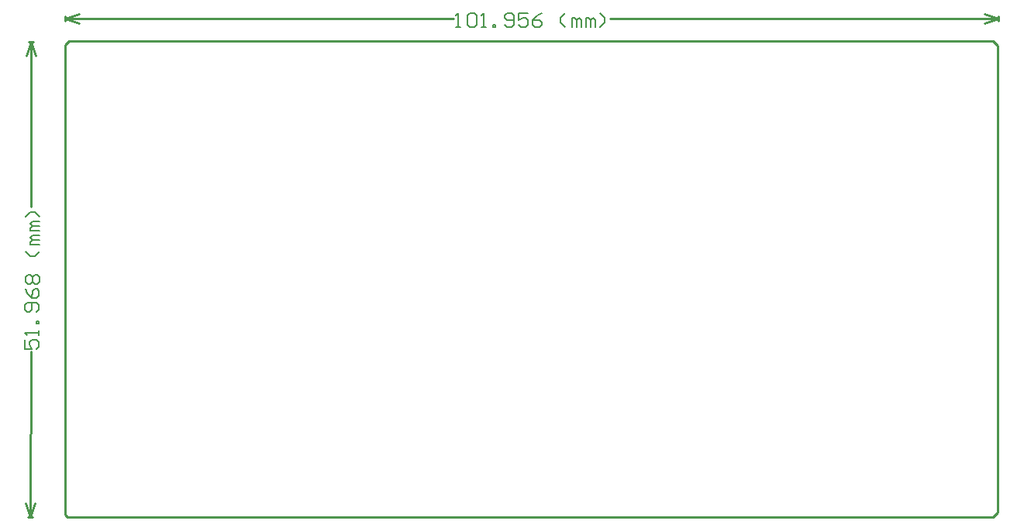
<source format=gm1>
G04 Layer_Color=16711935*
%FSLAX44Y44*%
%MOMM*%
G71*
G01*
G75*
%ADD59C,0.1524*%
%ADD62C,0.2540*%
D59*
X1850771Y2133125D02*
X1850751Y2122968D01*
X1858369Y2122953D01*
X1855839Y2128037D01*
X1855844Y2130576D01*
X1858388Y2133110D01*
X1863467Y2133100D01*
X1866001Y2130556D01*
X1865991Y2125478D01*
X1863447Y2122944D01*
X1866016Y2138174D02*
X1866026Y2143252D01*
X1866021Y2140713D01*
X1850786Y2140742D01*
X1853320Y2138198D01*
X1866041Y2150869D02*
X1863501Y2150874D01*
X1863506Y2153414D01*
X1866046Y2153409D01*
X1866041Y2150869D01*
X1863526Y2163570D02*
X1866071Y2166104D01*
X1866080Y2171183D01*
X1863546Y2173727D01*
X1853389Y2173747D01*
X1850845Y2171213D01*
X1850836Y2166134D01*
X1853370Y2163590D01*
X1855909Y2163585D01*
X1858453Y2166119D01*
X1858468Y2173737D01*
X1850880Y2188987D02*
X1853409Y2183904D01*
X1858478Y2178815D01*
X1863556Y2178805D01*
X1866100Y2181340D01*
X1866110Y2186418D01*
X1863576Y2188962D01*
X1861037Y2188967D01*
X1858493Y2186433D01*
X1858478Y2178815D01*
X1853429Y2194060D02*
X1850895Y2196604D01*
X1850905Y2201683D01*
X1853449Y2204217D01*
X1855988Y2204212D01*
X1858522Y2201668D01*
X1861067Y2204202D01*
X1863606Y2204197D01*
X1866140Y2201653D01*
X1866130Y2196575D01*
X1863586Y2194040D01*
X1861047Y2194045D01*
X1858513Y2196590D01*
X1855968Y2194055D01*
X1853429Y2194060D01*
X1858513Y2196590D02*
X1858522Y2201668D01*
X1866195Y2229584D02*
X1861106Y2224515D01*
X1856028Y2224525D01*
X1850960Y2229614D01*
X1866210Y2237201D02*
X1856053Y2237221D01*
X1856058Y2239760D01*
X1858602Y2242295D01*
X1866219Y2242280D01*
X1858602Y2242295D01*
X1856068Y2244839D01*
X1858612Y2247373D01*
X1866229Y2247358D01*
X1866239Y2252436D02*
X1856083Y2252456D01*
X1856088Y2254995D01*
X1858632Y2257530D01*
X1866249Y2257515D01*
X1858632Y2257530D01*
X1856098Y2260074D01*
X1858642Y2262608D01*
X1866259Y2262593D01*
X1866269Y2267671D02*
X1861201Y2272760D01*
X1856122Y2272770D01*
X1851034Y2267701D01*
X2321328Y2475274D02*
X2326406Y2475271D01*
X2323867Y2475272D01*
X2323875Y2490508D01*
X2321334Y2487970D01*
X2334030Y2487963D02*
X2336570Y2490501D01*
X2341649Y2490499D01*
X2344187Y2487958D01*
X2344182Y2477802D01*
X2341641Y2475264D01*
X2336563Y2475266D01*
X2334025Y2477807D01*
X2334030Y2487963D01*
X2349259Y2475260D02*
X2354337Y2475257D01*
X2351798Y2475258D01*
X2351806Y2490494D01*
X2349265Y2487956D01*
X2361955Y2475253D02*
X2361956Y2477793D01*
X2364495Y2477791D01*
X2364494Y2475252D01*
X2361955Y2475253D01*
X2374652Y2477786D02*
X2377190Y2475246D01*
X2382268Y2475243D01*
X2384809Y2477781D01*
X2384814Y2487938D01*
X2382276Y2490478D01*
X2377197Y2490481D01*
X2374657Y2487943D01*
X2374656Y2485404D01*
X2377193Y2482863D01*
X2384811Y2482860D01*
X2400050Y2490470D02*
X2389893Y2490475D01*
X2389889Y2482857D01*
X2394969Y2485394D01*
X2397508Y2485392D01*
X2400046Y2482852D01*
X2400043Y2477774D01*
X2397503Y2475236D01*
X2392425Y2475238D01*
X2389887Y2477779D01*
X2415285Y2490462D02*
X2410205Y2487925D01*
X2405124Y2482849D01*
X2405122Y2477771D01*
X2407660Y2475231D01*
X2412738Y2475228D01*
X2415279Y2477766D01*
X2415280Y2480305D01*
X2412742Y2482846D01*
X2405124Y2482849D01*
X2440669Y2475214D02*
X2435593Y2480295D01*
X2435596Y2485374D01*
X2440677Y2490449D01*
X2448287Y2475211D02*
X2448292Y2485367D01*
X2450831Y2485366D01*
X2453369Y2482825D01*
X2453365Y2475208D01*
X2453369Y2482825D01*
X2455909Y2485363D01*
X2458447Y2482823D01*
X2458443Y2475205D01*
X2463522Y2475203D02*
X2463527Y2485360D01*
X2466066Y2485358D01*
X2468604Y2482818D01*
X2468600Y2475200D01*
X2468604Y2482818D01*
X2471144Y2485356D01*
X2473682Y2482815D01*
X2473678Y2475198D01*
X2478757Y2475195D02*
X2483838Y2480271D01*
X2483840Y2485349D01*
X2478764Y2490430D01*
D62*
X1856486Y1939544D02*
X1856840Y2120416D01*
X1857148Y2278356D02*
X1857502Y2459228D01*
X1851436Y1954794D02*
X1856486Y1939544D01*
X1861596Y1954774D01*
X1852392Y2443998D02*
X1857502Y2459228D01*
X1862552Y2443978D01*
X1853946Y1939549D02*
X1859026Y1939539D01*
X1854962Y2459233D02*
X1860042Y2459223D01*
X1894332Y2484628D02*
X2318792Y2484417D01*
X2489428Y2484332D02*
X2913888Y2484120D01*
X1894332Y2484628D02*
X1909574Y2489700D01*
X1894332Y2484628D02*
X1909570Y2479540D01*
X2898651Y2489208D02*
X2913888Y2484120D01*
X2898646Y2479048D02*
X2913888Y2484120D01*
X1894331Y2482088D02*
X1894333Y2487168D01*
X2913887Y2481580D02*
X2913889Y2486660D01*
X2907792Y2459736D02*
X2912872Y2454656D01*
X2695194Y2459736D02*
X2907792D01*
X1898650D02*
X2695194D01*
X1897380Y1939036D02*
X2908046D01*
X1894586Y1941830D02*
X1897380Y1939036D01*
X1894586Y1941830D02*
Y2455672D01*
X1898650Y2459736D01*
X2908046Y1939036D02*
X2912872Y1943862D01*
Y2454656D01*
M02*

</source>
